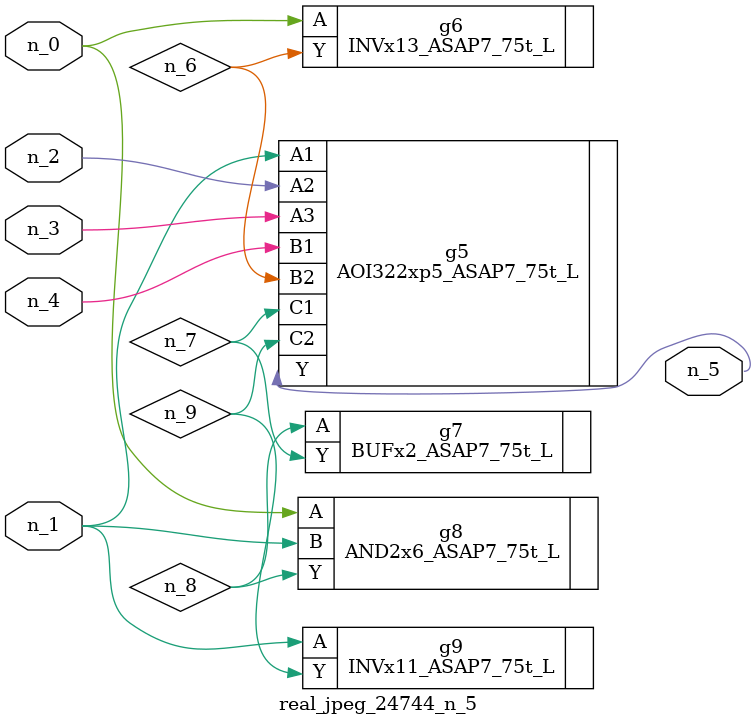
<source format=v>
module real_jpeg_24744_n_5 (n_4, n_0, n_1, n_2, n_3, n_5);

input n_4;
input n_0;
input n_1;
input n_2;
input n_3;

output n_5;

wire n_8;
wire n_6;
wire n_7;
wire n_9;

INVx13_ASAP7_75t_L g6 ( 
.A(n_0),
.Y(n_6)
);

AND2x6_ASAP7_75t_L g8 ( 
.A(n_0),
.B(n_1),
.Y(n_8)
);

AOI322xp5_ASAP7_75t_L g5 ( 
.A1(n_1),
.A2(n_2),
.A3(n_3),
.B1(n_4),
.B2(n_6),
.C1(n_7),
.C2(n_9),
.Y(n_5)
);

INVx11_ASAP7_75t_L g9 ( 
.A(n_1),
.Y(n_9)
);

BUFx2_ASAP7_75t_L g7 ( 
.A(n_8),
.Y(n_7)
);


endmodule
</source>
